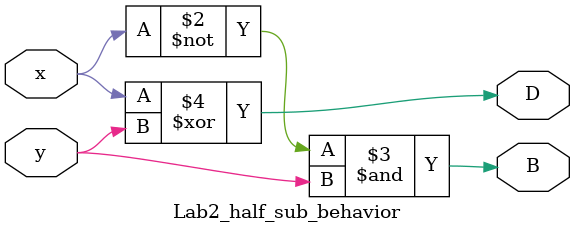
<source format=v>
module	Lab2_half_sub_behavior(D, B, x, y);
	
        output D, B;
        input  x, y;
	reg	B, D;
	
        always  @(x or y) begin
             B = ~x & y;
             D = x ^ y;
        end
endmodule


</source>
